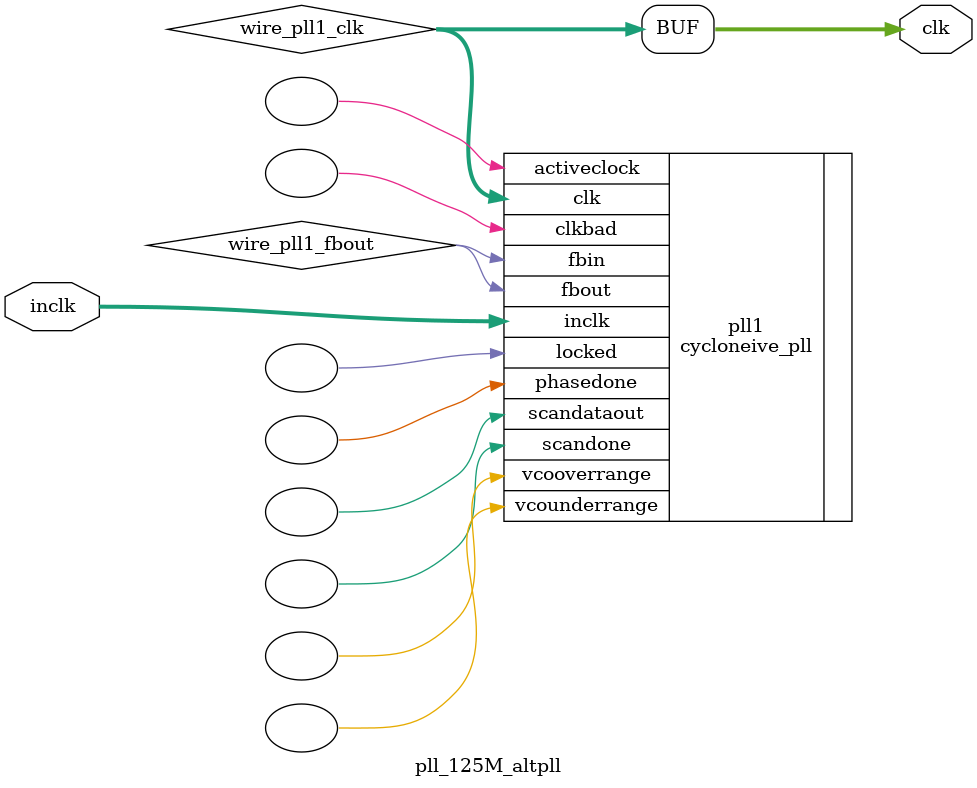
<source format=v>






//synthesis_resources = cycloneive_pll 1 
//synopsys translate_off
`timescale 1 ps / 1 ps
//synopsys translate_on
module  pll_125M_altpll
	( 
	clk,
	inclk) /* synthesis synthesis_clearbox=1 */;
	output   [4:0]  clk;
	input   [1:0]  inclk;
`ifndef ALTERA_RESERVED_QIS
// synopsys translate_off
`endif
	tri0   [1:0]  inclk;
`ifndef ALTERA_RESERVED_QIS
// synopsys translate_on
`endif

	wire  [4:0]   wire_pll1_clk;
	wire  wire_pll1_fbout;

	cycloneive_pll   pll1
	( 
	.activeclock(),
	.clk(wire_pll1_clk),
	.clkbad(),
	.fbin(wire_pll1_fbout),
	.fbout(wire_pll1_fbout),
	.inclk(inclk),
	.locked(),
	.phasedone(),
	.scandataout(),
	.scandone(),
	.vcooverrange(),
	.vcounderrange()
	`ifndef FORMAL_VERIFICATION
	// synopsys translate_off
	`endif
	,
	.areset(1'b0),
	.clkswitch(1'b0),
	.configupdate(1'b0),
	.pfdena(1'b1),
	.phasecounterselect({3{1'b0}}),
	.phasestep(1'b0),
	.phaseupdown(1'b0),
	.scanclk(1'b0),
	.scanclkena(1'b1),
	.scandata(1'b0)
	`ifndef FORMAL_VERIFICATION
	// synopsys translate_on
	`endif
	);
	defparam
		pll1.bandwidth_type = "auto",
		pll1.clk0_divide_by = 2,
		pll1.clk0_duty_cycle = 50,
		pll1.clk0_multiply_by = 5,
		pll1.clk0_phase_shift = "0",
		pll1.compensate_clock = "clk0",
		pll1.inclk0_input_frequency = 20000,
		pll1.operation_mode = "normal",
		pll1.pll_type = "auto",
		pll1.lpm_type = "cycloneive_pll";
	assign
		clk = {wire_pll1_clk[4:0]};
endmodule //pll_125M_altpll
//VALID FILE

</source>
